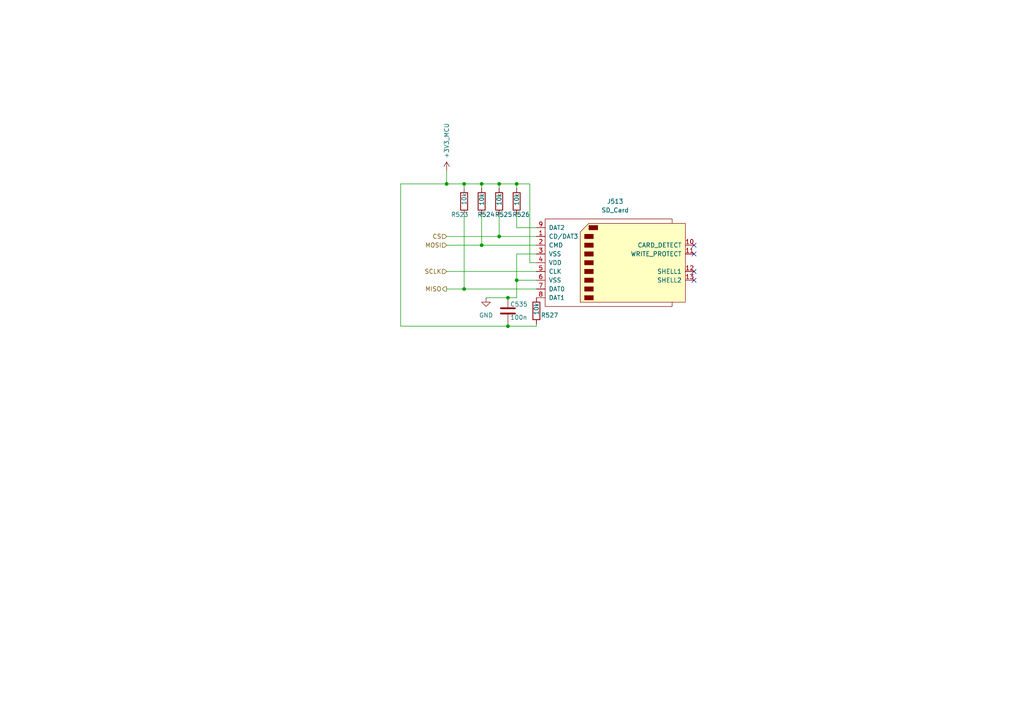
<source format=kicad_sch>
(kicad_sch (version 20211123) (generator eeschema)
  (paper "A4")
  (title_block (title "VGA Centrifuge") (date "2022-10-03") (rev "R3") (comment 1 "Author: Håvard Krogstie") (comment 2 "SD card reader"))
  (lib_symbols
    (symbol "Connector:SD_Card" (pin_names (offset 1.016))
      (property "Reference" "J" (at -16.51 13.97 0))
      (property "Value" "SD_Card" (at 15.24 -13.97 0))
      (symbol "SD_Card_0_1"
        (rectangle (start -8.89 -9.525) (end -6.35 -10.795) (fill (type outline)))
        (rectangle (start -8.89 -6.985) (end -6.35 -8.255) (fill (type outline)))
        (rectangle (start -8.89 -4.445) (end -6.35 -5.715) (fill (type outline)))
        (rectangle (start -8.89 -1.905) (end -6.35 -3.175) (fill (type outline)))
        (rectangle (start -8.89 0.635) (end -6.35 -0.635) (fill (type outline)))
        (rectangle (start -8.89 3.175) (end -6.35 1.905) (fill (type outline)))
        (rectangle (start -8.89 5.715) (end -6.35 4.445) (fill (type outline)))
        (rectangle (start -8.89 8.255) (end -6.35 6.985) (fill (type outline)))
        (rectangle (start -7.62 10.795) (end -5.08 9.525) (fill (type outline)))
        (polyline (pts (xy -10.16 8.89) (xy -7.62 11.43) (xy 20.32 11.43) (xy 20.32 -11.43) (xy -10.16 -11.43) (xy -10.16 8.89)) (fill (type background)))
        (polyline (pts (xy 16.51 11.43) (xy 16.51 12.7) (xy -20.32 12.7) (xy -20.32 -12.7) (xy 16.51 -12.7) (xy 16.51 -11.43)))
      )
      (symbol "SD_Card_1_1"
        (pin input line (at -22.86 7.62 0) (length 2.54) (name "CD/DAT3") (number "1"))
        (pin input line (at 22.86 5.08 180) (length 2.54) (name "CARD_DETECT") (number "10"))
        (pin input line (at 22.86 2.54 180) (length 2.54) (name "WRITE_PROTECT") (number "11"))
        (pin input line (at 22.86 -2.54 180) (length 2.54) (name "SHELL1") (number "12"))
        (pin input line (at 22.86 -5.08 180) (length 2.54) (name "SHELL2") (number "13"))
        (pin input line (at -22.86 5.08 0) (length 2.54) (name "CMD") (number "2"))
        (pin power_in line (at -22.86 2.54 0) (length 2.54) (name "VSS") (number "3"))
        (pin power_in line (at -22.86 0 0) (length 2.54) (name "VDD") (number "4"))
        (pin input line (at -22.86 -2.54 0) (length 2.54) (name "CLK") (number "5"))
        (pin power_in line (at -22.86 -5.08 0) (length 2.54) (name "VSS") (number "6"))
        (pin input line (at -22.86 -7.62 0) (length 2.54) (name "DAT0") (number "7"))
        (pin input line (at -22.86 -10.16 0) (length 2.54) (name "DAT1") (number "8"))
        (pin input line (at -22.86 10.16 0) (length 2.54) (name "DAT2") (number "9"))
      )
    )
    (symbol "Device:C" (pin_numbers hide) (pin_names (offset 0.254))
      (property "Reference" "C" (at 0.635 2.54 0))
      (property "Value" "C" (at 0.635 -2.54 0))
      (symbol "C_0_1"
        (polyline (pts (xy -2.032 -0.762) (xy 2.032 -0.762)) (stroke (width 0.508)))
        (polyline (pts (xy -2.032 0.762) (xy 2.032 0.762)) (stroke (width 0.508)))
      )
      (symbol "C_1_1"
        (pin passive line (at 0 3.81 270) (length 2.794) (name "~") (number "1"))
        (pin passive line (at 0 -3.81 90) (length 2.794) (name "~") (number "2"))
      )
    )
    (symbol "Device:R" (pin_numbers hide) (pin_names (offset 0))
      (property "Reference" "R" (at 2.032 0 90))
      (property "Value" "R" (at 0 0 90))
      (symbol "R_0_1"
        (rectangle (start -1.016 -2.54) (end 1.016 2.54) (stroke (width 0.254)))
      )
      (symbol "R_1_1"
        (pin passive line (at 0 3.81 270) (length 1.27) (name "~") (number "1"))
        (pin passive line (at 0 -3.81 90) (length 1.27) (name "~") (number "2"))
      )
    )
    (symbol "centrifuge_symbols:+3V3_MCU" (power) (pin_names (offset 0))
      (property "Value" "+3V3_MCU" (at 0 3.556 90))
      (symbol "+3V3_MCU_0_1"
        (polyline (pts (xy -0.762 1.27) (xy 0 2.54)))
        (polyline (pts (xy 0 0) (xy 0 2.54)))
        (polyline (pts (xy 0 2.54) (xy 0.762 1.27)))
      )
      (symbol "+3V3_MCU_1_1"
        (pin power_in line (at 0 0 90) (length 0) hide (name "+3V3_MCU") (number "1"))
      )
    )
    (symbol "power:GND" (power) (pin_names (offset 0))
      (property "Value" "GND" (at 0 -3.81 0))
      (symbol "GND_0_1"
        (polyline (pts (xy 0 0) (xy 0 -1.27) (xy 1.27 -1.27) (xy 0 -2.54) (xy -1.27 -1.27) (xy 0 -1.27)))
      )
      (symbol "GND_1_1"
        (pin power_in line (at 0 0 270) (length 0) hide (name "GND") (number "1"))
      )
    )
  )
  (junction (at 149.86 81.28))
  (junction (at 147.32 94.615))
  (junction (at 144.78 53.34))
  (junction (at 139.7 53.34))
  (junction (at 147.32 86.36))
  (junction (at 129.54 53.34))
  (junction (at 149.86 53.34))
  (junction (at 144.78 68.58))
  (junction (at 134.62 53.34))
  (junction (at 134.62 83.82))
  (junction (at 139.7 71.12))
  (no_connect (at 201.295 73.66))
  (no_connect (at 201.295 71.12))
  (no_connect (at 201.295 81.28))
  (no_connect (at 201.295 78.74))
  (wire (pts (xy 147.32 86.36) (xy 149.86 86.36)))
  (wire (pts (xy 139.7 53.34) (xy 139.7 54.61)))
  (wire (pts (xy 139.7 71.12) (xy 155.575 71.12)))
  (wire (pts (xy 140.97 86.36) (xy 147.32 86.36)))
  (wire (pts (xy 139.7 62.23) (xy 139.7 71.12)))
  (wire (pts (xy 149.86 66.04) (xy 155.575 66.04)))
  (wire (pts (xy 153.67 76.2) (xy 153.67 53.34)))
  (wire (pts (xy 129.54 78.74) (xy 155.575 78.74)))
  (wire (pts (xy 144.78 53.34) (xy 144.78 54.61)))
  (wire (pts (xy 147.32 93.98) (xy 147.32 94.615)))
  (wire (pts (xy 134.62 53.34) (xy 139.7 53.34)))
  (wire (pts (xy 129.54 83.82) (xy 134.62 83.82)))
  (wire (pts (xy 129.54 68.58) (xy 144.78 68.58)))
  (wire (pts (xy 144.78 68.58) (xy 155.575 68.58)))
  (wire (pts (xy 134.62 83.82) (xy 155.575 83.82)))
  (wire (pts (xy 149.86 81.28) (xy 149.86 86.36)))
  (wire (pts (xy 144.78 53.34) (xy 149.86 53.34)))
  (wire (pts (xy 155.575 73.66) (xy 149.86 73.66)))
  (wire (pts (xy 149.86 62.23) (xy 149.86 66.04)))
  (wire (pts (xy 144.78 62.23) (xy 144.78 68.58)))
  (wire (pts (xy 116.205 94.615) (xy 147.32 94.615)))
  (wire (pts (xy 149.86 53.34) (xy 149.86 54.61)))
  (wire (pts (xy 139.7 53.34) (xy 144.78 53.34)))
  (wire (pts (xy 147.32 94.615) (xy 155.575 94.615)))
  (wire (pts (xy 129.54 71.12) (xy 139.7 71.12)))
  (wire (pts (xy 149.86 73.66) (xy 149.86 81.28)))
  (wire (pts (xy 129.54 53.34) (xy 116.205 53.34)))
  (wire (pts (xy 149.86 81.28) (xy 155.575 81.28)))
  (wire (pts (xy 149.86 53.34) (xy 153.67 53.34)))
  (wire (pts (xy 129.54 49.53) (xy 129.54 53.34)))
  (wire (pts (xy 155.575 93.98) (xy 155.575 94.615)))
  (wire (pts (xy 155.575 76.2) (xy 153.67 76.2)))
  (wire (pts (xy 129.54 53.34) (xy 134.62 53.34)))
  (wire (pts (xy 116.205 53.34) (xy 116.205 94.615)))
  (wire (pts (xy 134.62 62.23) (xy 134.62 83.82)))
  (wire (pts (xy 134.62 53.34) (xy 134.62 54.61)))
  (hierarchical_label "SCLK" (shape input) (at 129.54 78.74 180))
  (hierarchical_label "MOSI" (shape input) (at 129.54 71.12 180))
  (hierarchical_label "CS" (shape input) (at 129.54 68.58 180))
  (hierarchical_label "MISO" (shape output) (at 129.54 83.82 180))
  (symbol (lib_id "power:GND") (at 140.97 86.36 0) (unit 1)
    (property "Reference" "#PWR0521" (effects hide))
    (property "Value" "GND" (at 140.97 91.44 0))
  )
  (symbol (lib_id "Device:R") (at 139.7 58.42 0) (unit 1)
    (property "Reference" "R524" (at 138.43 62.23 0) (effects (justify left)))
    (property "Value" "10k" (at 139.7 59.69 90) (effects (justify left)))
    (property "Footprint" "Resistor_SMD:R_0805_2012Metric_Pad1.20x1.40mm_HandSolder" (effects hide))
    (property "Purchase" "https://www.digikey.no/no/products/detail/yageo/AC0805FR-0710KL/2827834" (effects hide))
  )
  (symbol (lib_id "Device:C") (at 147.32 90.17 0) (unit 1)
    (property "Reference" "C535" (at 147.955 88.265 0) (effects (justify left)))
    (property "Value" "100n" (at 147.955 92.075 0) (effects (justify left)))
    (property "Footprint" "Capacitor_SMD:C_0805_2012Metric_Pad1.18x1.45mm_HandSolder" (effects hide))
    (property "Purchase" "https://www.digikey.no/no/products/detail/taiyo-yuden/LMF212B7104KGHT/10379109" (effects hide))
  )
  (symbol (lib_id "Connector:SD_Card") (at 178.435 76.2 0) (unit 1)
    (property "Reference" "J513" (at 178.435 58.42 0))
    (property "Value" "SD_Card" (at 178.435 60.96 0))
    (property "Footprint" "Connector_Card:SD_Kyocera_145638009511859+" (effects hide))
    (property "Datasheet" "http://portal.fciconnect.com/Comergent//fci/drawing/10067847.pdf" (effects hide))
  )
  (symbol (lib_id "Device:R") (at 144.78 58.42 0) (unit 1)
    (property "Reference" "R525" (at 143.51 62.23 0) (effects (justify left)))
    (property "Value" "10k" (at 144.78 59.69 90) (effects (justify left)))
    (property "Footprint" "Resistor_SMD:R_0805_2012Metric_Pad1.20x1.40mm_HandSolder" (effects hide))
    (property "Purchase" "https://www.digikey.no/no/products/detail/yageo/AC0805FR-0710KL/2827834" (effects hide))
  )
  (symbol (lib_id "centrifuge_symbols:+3V3_MCU") (at 129.54 49.53 0) (unit 1)
    (property "Reference" "#PWR0520" (effects hide))
    (property "Value" "+3V3_MCU" (at 129.54 45.974 90) (effects (justify left)))
  )
  (symbol (lib_id "Device:R") (at 134.62 58.42 180) (unit 1)
    (property "Reference" "R523" (at 135.89 62.23 0) (effects (justify left)))
    (property "Value" "10k" (at 134.62 55.88 90) (effects (justify left)))
    (property "Footprint" "Resistor_SMD:R_0805_2012Metric_Pad1.20x1.40mm_HandSolder" (effects hide))
    (property "Purchase" "https://www.digikey.no/no/products/detail/yageo/AC0805FR-0710KL/2827834" (effects hide))
  )
  (symbol (lib_id "Device:R") (at 149.86 58.42 0) (unit 1)
    (property "Reference" "R526" (at 148.59 62.23 0) (effects (justify left)))
    (property "Value" "10k" (at 149.86 59.69 90) (effects (justify left)))
    (property "Footprint" "Resistor_SMD:R_0805_2012Metric_Pad1.20x1.40mm_HandSolder" (effects hide))
    (property "Purchase" "https://www.digikey.no/no/products/detail/yageo/AC0805FR-0710KL/2827834" (effects hide))
  )
  (symbol (lib_id "Device:R") (at 155.575 90.17 0) (unit 1)
    (property "Reference" "R527" (at 156.845 91.44 0) (effects (justify left)))
    (property "Value" "10k" (at 155.575 91.44 90) (effects (justify left)))
    (property "Footprint" "Resistor_SMD:R_0805_2012Metric_Pad1.20x1.40mm_HandSolder" (effects hide))
    (property "Purchase" "https://www.digikey.no/no/products/detail/yageo/AC0805FR-0710KL/2827834" (effects hide))
  )
)
</source>
